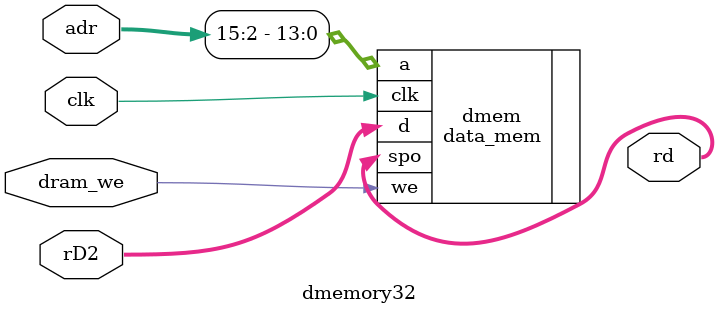
<source format=v>


module dmemory32(
    input           clk,
    input   [31:0]  adr,     // À´Ô´ÓÚÖ´ÐÐµ¥Ôª¼ÆËã³öµÄ·Ã´æµØÖ·
    output  [31:0]  rd,         // ´Ó´æ´¢Æ÷ÖÐ»ñµÃµÄÊý¾Ý
    input           dram_we,    // À´×Ô¿ØÖÆµ¥ÔªµÄÐ´Ê¹ÄÜÐÅºÅ
    input   [31:0]  rD2   // rD2 (SÐÍÖ¸ÁîµÄrs2¼Ä´æÆ÷µÄÖµ)
    );
    
//wire ram_clk;
//assign ram_clk = !clk; // ÒòÎªÐ¾Æ¬µÄ¹ÌÓÐÑÓ³Ù£¬DRAMµÄµØÖ·ÏßÀ´²»¼°ÔÚÊ±ÖÓÉÏÉýÑØ×¼±¸ºÃ,
// Ê¹µÃÊ±ÖÓÉÏÉýÑØÊý¾Ý¶Á³öÓÐÎó¡£ËùÒÔ²ÉÓÃ·´ÏàÊ±ÖÓ£¬Ê¹µÃ¶Á³öÊý¾Ý±ÈµØÖ·×¼±¸ºÃÒªÍí´óÔ¼°ë¸öÊ±ÖÓ,
// ´Ó¶øÄÜ¹»»ñµÃÕýÈ·µÄÊý¾Ý¡£


// 64KB DRAM
data_mem dmem (
    .clk    (clk),            // input wire clka
    .a      (adr[15:2]),     // input wire [13:0] addra
    .spo   (rd),        // output wire [31:0] douta
    .we     (dram_we),          // input wire [0:0] wea
    .d      (rD2)         // input wire [31:0] dina
);
    
endmodule

</source>
